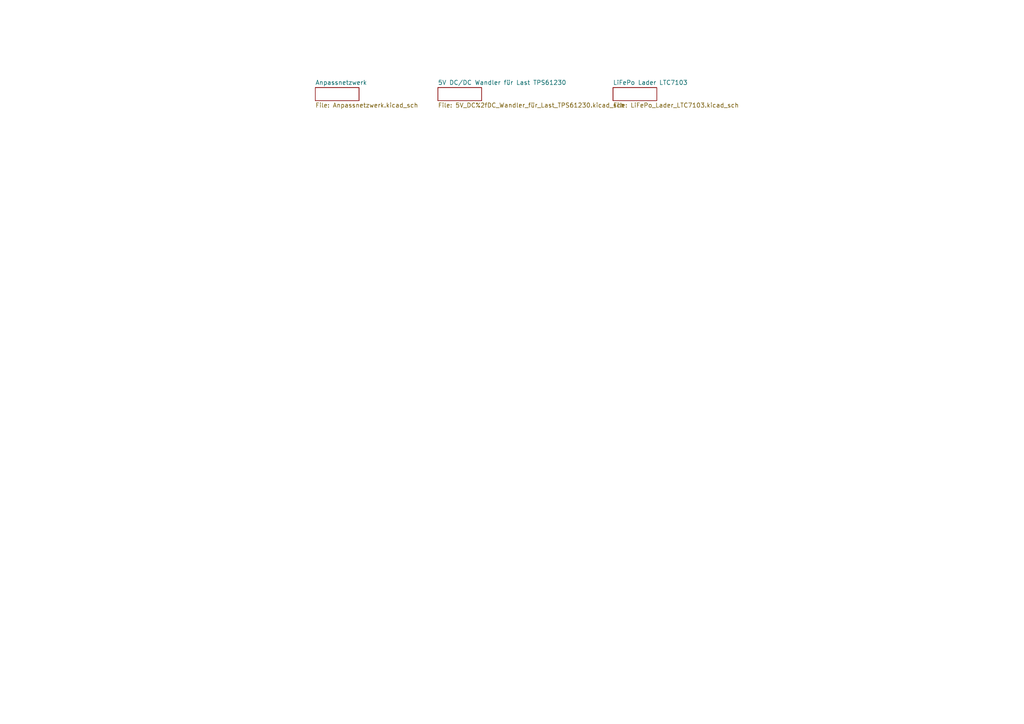
<source format=kicad_sch>
(kicad_sch (version 20230121) (generator eeschema)
  (paper "A4")
  (lib_symbols)
  (sheet (at 177.8 25.4) (size 12.7 3.81)
    (property "Sheetname" "LiFePo Lader LTC7103" (at 177.8 24.6884 0) (effects (justify left bottom)))
    (property "Sheetfile" "LiFePo_Lader_LTC7103.kicad_sch" (at 177.8 29.7946 0) (effects (justify left top)))
  )
  (sheet (at 91.44 25.4) (size 12.7 3.81)
    (property "Sheetname" "Anpassnetzwerk" (at 91.44 24.6884 0) (effects (justify left bottom)))
    (property "Sheetfile" "Anpassnetzwerk.kicad_sch" (at 91.44 29.7946 0) (effects (justify left top)))
  )
  (sheet (at 127 25.4) (size 12.7 3.81)
    (property "Sheetname" "5V DC/DC Wandler für Last TPS61230" (at 127 24.6884 0) (effects (justify left bottom)))
    (property "Sheetfile" "5V_DC%2fDC_Wandler_für_Last_TPS61230.kicad_sch" (at 127 29.7946 0) (effects (justify left top)))
  )
)
</source>
